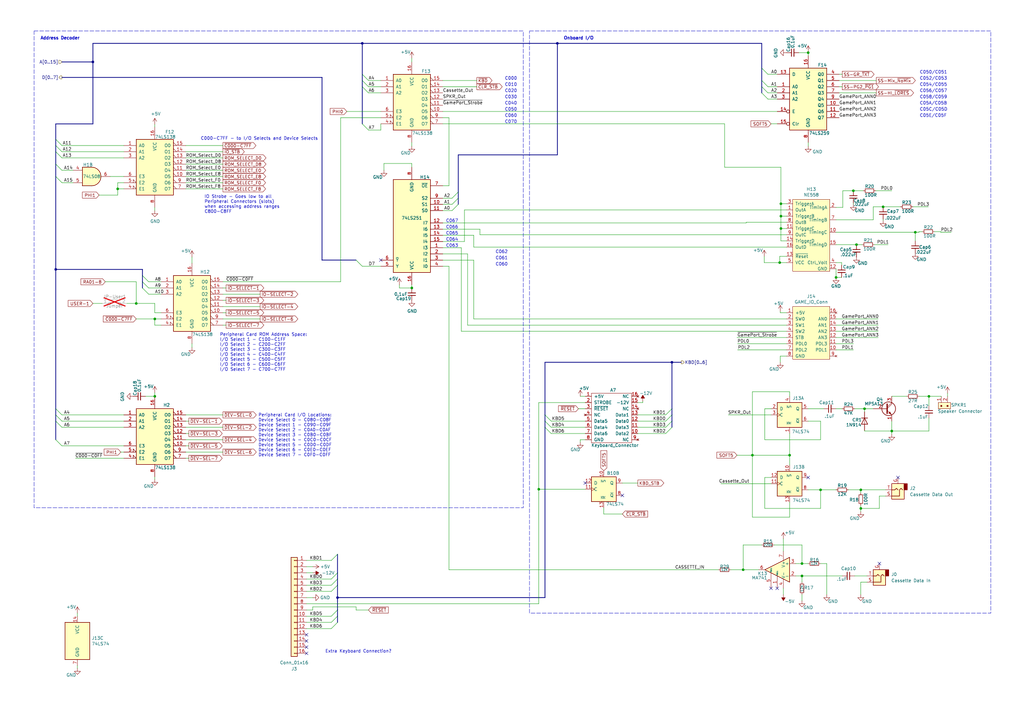
<source format=kicad_sch>
(kicad_sch (version 20231120) (generator "eeschema") (generator_version "8.0")
  (paper "A3")
  (title_block (title "Apple II Schematic") (rev "0") (comment 1 "Captured from the Apple II Reference Manual (1979)"))
  (junction (at 354.584 167.64))
  (junction (at 319.786 107.696))
  (junction (at 320.294 93.726))
  (junction (at 138.43 245.11))
  (junction (at 351.282 100.33))
  (junction (at 48.26 77.47))
  (junction (at 342.9 113.792))
  (junction (at 308.61 186.69))
  (junction (at 320.294 83.566))
  (junction (at 304.8 233.68))
  (junction (at 148.59 17.78))
  (junction (at 336.55 200.914))
  (junction (at 22.86 110.49))
  (junction (at 362.204 84.836))
  (junction (at 275.59 148.59))
  (junction (at 350.012 78.232))
  (junction (at 55.88 124.46))
  (junction (at 353.06 208.534))
  (junction (at 375.412 95.25))
  (junction (at 381 162.56))
  (junction (at 228.6 17.78))
  (junction (at 323.85 186.69))
  (junction (at 365.76 176.784))
  (junction (at 331.47 21.59))
  (junction (at 320.294 88.646))
  (junction (at 63.5 130.81))
  (junction (at 38.1 25.4))
  (junction (at 328.93 236.22))
  (junction (at 328.93 231.14))
  (junction (at 63.5 162.56))
  (junction (at 220.98 200.66))
  (junction (at 353.06 200.914))
  (junction (at 168.91 118.11))
  (no_connect (at 255.27 203.2))
  (no_connect (at 368.3 195.834))
  (no_connect (at 125.73 267.97))
  (no_connect (at 125.73 265.43))
  (no_connect (at 360.68 231.14))
  (no_connect (at 240.03 198.12))
  (no_connect (at 125.73 262.89))
  (no_connect (at 156.21 106.68))
  (no_connect (at 125.73 260.35))
  (no_connect (at 316.23 241.3))
  (no_connect (at 331.47 195.834))
  (no_connect (at 318.77 241.3))
  (bus_entry (at 148.59 30.48) (size 2.54 2.54))
  (bus_entry (at 226.06 177.8) (size -2.54 -2.54))
  (bus_entry (at 22.86 59.69) (size 2.54 2.54))
  (bus_entry (at 135.89 229.87) (size 2.54 -2.54))
  (bus_entry (at 273.05 170.18) (size 2.54 -2.54))
  (bus_entry (at 135.89 240.03) (size 2.54 -2.54))
  (bus_entry (at 135.89 237.49) (size 2.54 -2.54))
  (bus_entry (at 185.42 83.82) (size 2.54 -2.54))
  (bus_entry (at 226.06 172.72) (size -2.54 -2.54))
  (bus_entry (at 312.42 35.56) (size 2.54 2.54))
  (bus_entry (at 22.86 172.72) (size 2.54 2.54))
  (bus_entry (at 22.86 180.34) (size 2.54 2.54))
  (bus_entry (at 22.86 167.64) (size 2.54 2.54))
  (bus_entry (at 22.86 72.39) (size 2.54 2.54))
  (bus_entry (at 135.89 257.81) (size 2.54 -2.54))
  (bus_entry (at 58.42 115.57) (size 2.54 2.54))
  (bus_entry (at 135.89 242.57) (size 2.54 -2.54))
  (bus_entry (at 273.05 177.8) (size 2.54 -2.54))
  (bus_entry (at 22.86 62.23) (size 2.54 2.54))
  (bus_entry (at 312.42 38.1) (size 2.54 2.54))
  (bus_entry (at 148.59 33.02) (size 2.54 2.54))
  (bus_entry (at 58.42 118.11) (size 2.54 2.54))
  (bus_entry (at 58.42 113.03) (size 2.54 2.54))
  (bus_entry (at 135.89 252.73) (size 2.54 -2.54))
  (bus_entry (at 273.05 175.26) (size 2.54 -2.54))
  (bus_entry (at 312.42 33.02) (size 2.54 2.54))
  (bus_entry (at 185.42 86.36) (size 2.54 -2.54))
  (bus_entry (at 273.05 172.72) (size 2.54 -2.54))
  (bus_entry (at 312.42 27.94) (size 2.54 2.54))
  (bus_entry (at 185.42 81.28) (size 2.54 -2.54))
  (bus_entry (at 148.59 35.56) (size 2.54 2.54))
  (bus_entry (at 22.86 57.15) (size 2.54 2.54))
  (bus_entry (at 22.86 170.18) (size 2.54 2.54))
  (bus_entry (at 148.59 50.8) (size 2.54 2.54))
  (bus_entry (at 226.06 175.26) (size -2.54 -2.54))
  (bus_entry (at 146.05 106.68) (size 2.54 2.54))
  (bus_entry (at 135.89 255.27) (size 2.54 -2.54))
  (bus_entry (at 22.86 67.31) (size 2.54 2.54))
  (wire (pts (xy 313.69 167.64) (xy 313.69 180.34)))
  (wire (pts (xy 226.06 172.72) (xy 240.03 172.72)))
  (wire (pts (xy 91.44 125.73) (xy 106.68 125.73)))
  (bus (pts (xy 58.42 113.03) (xy 58.42 115.57)))
  (wire (pts (xy 297.18 50.8) (xy 297.18 68.58)))
  (wire (pts (xy 146.05 248.92) (xy 128.27 248.92)))
  (wire (pts (xy 319.786 107.696) (xy 322.58 107.696)))
  (wire (pts (xy 125.73 229.87) (xy 135.89 229.87)))
  (wire (pts (xy 50.8 172.72) (xy 25.4 172.72)))
  (bus (pts (xy 223.52 175.26) (xy 223.52 245.11)))
  (wire (pts (xy 125.73 255.27) (xy 135.89 255.27)))
  (wire (pts (xy 365.76 162.56) (xy 371.856 162.56)))
  (wire (pts (xy 342.9 135.89) (xy 360.172 135.89)))
  (bus (pts (xy 138.43 234.95) (xy 138.43 237.49)))
  (bus (pts (xy 22.86 170.18) (xy 22.86 172.72)))
  (wire (pts (xy 321.31 241.3) (xy 321.31 243.84)))
  (wire (pts (xy 331.47 231.14) (xy 328.93 231.14)))
  (wire (pts (xy 168.91 59.944) (xy 168.91 58.42)))
  (wire (pts (xy 350.012 78.232) (xy 354.076 78.232)))
  (wire (pts (xy 194.31 106.68) (xy 194.31 130.81)))
  (wire (pts (xy 151.13 53.34) (xy 156.21 53.34)))
  (bus (pts (xy 275.59 167.64) (xy 275.59 148.59)))
  (wire (pts (xy 328.93 236.22) (xy 328.93 238.76)))
  (wire (pts (xy 323.85 186.69) (xy 323.85 190.754)))
  (wire (pts (xy 304.8 223.52) (xy 304.8 233.68)))
  (wire (pts (xy 320.294 88.646) (xy 320.294 93.726)))
  (bus (pts (xy 22.86 172.72) (xy 22.86 180.34)))
  (wire (pts (xy 385.826 94.996) (xy 385.826 95.25)))
  (wire (pts (xy 336.55 200.914) (xy 342.9 200.914)))
  (bus (pts (xy 22.86 50.8) (xy 22.86 57.15)))
  (wire (pts (xy 342.9 95.25) (xy 375.412 95.25)))
  (wire (pts (xy 50.8 175.26) (xy 25.4 175.26)))
  (wire (pts (xy 139.7 48.26) (xy 156.21 48.26)))
  (wire (pts (xy 302.514 143.51) (xy 322.58 143.51)))
  (wire (pts (xy 78.74 140.97) (xy 78.74 142.494)))
  (wire (pts (xy 358.14 90.17) (xy 358.14 84.836)))
  (bus (pts (xy 228.6 17.78) (xy 312.42 17.78)))
  (bus (pts (xy 22.86 57.15) (xy 22.86 59.69)))
  (bus (pts (xy 22.86 72.39) (xy 22.86 110.49)))
  (wire (pts (xy 49.53 185.42) (xy 50.8 185.42)))
  (wire (pts (xy 339.09 231.14) (xy 339.09 243.84)))
  (wire (pts (xy 25.4 62.23) (xy 50.8 62.23)))
  (wire (pts (xy 306.07 91.186) (xy 322.58 91.186)))
  (wire (pts (xy 184.15 76.2) (xy 181.61 76.2)))
  (wire (pts (xy 151.13 33.02) (xy 156.21 33.02)))
  (wire (pts (xy 31.75 273.05) (xy 31.75 274.066)))
  (wire (pts (xy 76.2 172.72) (xy 77.47 172.72)))
  (wire (pts (xy 157.48 67.056) (xy 168.91 67.056)))
  (wire (pts (xy 322.58 93.726) (xy 320.294 93.726)))
  (bus (pts (xy 132.08 31.75) (xy 132.08 106.68)))
  (bus (pts (xy 38.1 17.78) (xy 148.59 17.78)))
  (wire (pts (xy 91.44 133.35) (xy 92.71 133.35)))
  (wire (pts (xy 184.15 48.26) (xy 184.15 76.2)))
  (wire (pts (xy 342.9 85.09) (xy 345.694 85.09)))
  (wire (pts (xy 76.2 69.85) (xy 91.44 69.85)))
  (bus (pts (xy 58.42 115.57) (xy 58.42 118.11)))
  (wire (pts (xy 125.73 242.57) (xy 135.89 242.57)))
  (bus (pts (xy 138.43 245.11) (xy 138.43 250.19)))
  (wire (pts (xy 336.55 180.34) (xy 336.55 172.72)))
  (wire (pts (xy 181.61 45.72) (xy 318.77 45.72)))
  (wire (pts (xy 66.04 133.35) (xy 63.5 133.35)))
  (wire (pts (xy 25.4 59.69) (xy 50.8 59.69)))
  (wire (pts (xy 342.9 107.696) (xy 345.186 107.696)))
  (wire (pts (xy 181.61 50.8) (xy 297.18 50.8)))
  (wire (pts (xy 354.584 176.784) (xy 354.584 176.53)))
  (bus (pts (xy 138.43 240.03) (xy 138.43 245.11)))
  (wire (pts (xy 354.584 167.64) (xy 354.584 168.91)))
  (wire (pts (xy 226.06 175.26) (xy 240.03 175.26)))
  (wire (pts (xy 125.73 247.65) (xy 220.98 247.65)))
  (wire (pts (xy 163.83 118.11) (xy 168.91 118.11)))
  (wire (pts (xy 194.31 101.346) (xy 194.31 96.52)))
  (wire (pts (xy 342.9 138.43) (xy 360.172 138.43)))
  (bus (pts (xy 223.52 148.59) (xy 223.52 170.18)))
  (wire (pts (xy 342.9 140.97) (xy 350.012 140.97)))
  (wire (pts (xy 43.18 115.57) (xy 55.88 115.57)))
  (wire (pts (xy 189.23 135.89) (xy 322.58 135.89)))
  (wire (pts (xy 55.88 124.46) (xy 63.5 124.46)))
  (wire (pts (xy 76.2 185.42) (xy 91.44 185.42)))
  (wire (pts (xy 345.44 30.48) (xy 344.17 30.48)))
  (wire (pts (xy 273.05 175.26) (xy 261.62 175.26)))
  (wire (pts (xy 50.8 170.18) (xy 25.4 170.18)))
  (wire (pts (xy 128.27 234.95) (xy 125.73 234.95)))
  (wire (pts (xy 185.42 81.28) (xy 181.61 81.28)))
  (wire (pts (xy 358.648 100.33) (xy 364.236 100.33)))
  (wire (pts (xy 322.58 101.346) (xy 194.31 101.346)))
  (wire (pts (xy 302.514 140.97) (xy 322.58 140.97)))
  (wire (pts (xy 328.93 243.84) (xy 328.93 246.38)))
  (bus (pts (xy 38.1 50.8) (xy 22.86 50.8)))
  (wire (pts (xy 50.8 74.93) (xy 48.26 74.93)))
  (wire (pts (xy 359.41 38.1) (xy 344.17 38.1)))
  (wire (pts (xy 320.04 146.05) (xy 322.58 146.05)))
  (bus (pts (xy 148.59 30.48) (xy 148.59 33.02)))
  (wire (pts (xy 360.68 208.534) (xy 360.68 203.454)))
  (bus (pts (xy 22.86 59.69) (xy 22.86 62.23)))
  (wire (pts (xy 355.6 236.22) (xy 350.52 236.22)))
  (wire (pts (xy 320.294 68.58) (xy 320.294 83.566)))
  (wire (pts (xy 295.656 198.374) (xy 316.23 198.374)))
  (wire (pts (xy 76.2 72.39) (xy 91.44 72.39)))
  (wire (pts (xy 311.15 233.68) (xy 304.8 233.68)))
  (wire (pts (xy 185.42 86.36) (xy 181.61 86.36)))
  (wire (pts (xy 353.06 238.76) (xy 353.06 243.84)))
  (wire (pts (xy 76.2 177.8) (xy 77.47 177.8)))
  (wire (pts (xy 63.5 161.036) (xy 63.5 162.56)))
  (wire (pts (xy 318.77 38.1) (xy 314.96 38.1)))
  (wire (pts (xy 63.5 133.35) (xy 63.5 130.81)))
  (wire (pts (xy 63.5 85.09) (xy 63.5 86.36)))
  (wire (pts (xy 76.2 182.88) (xy 77.47 182.88)))
  (wire (pts (xy 63.5 130.81) (xy 66.04 130.81)))
  (bus (pts (xy 22.86 110.49) (xy 22.86 167.64)))
  (wire (pts (xy 59.69 162.56) (xy 63.5 162.56)))
  (wire (pts (xy 328.93 223.52) (xy 328.93 231.14)))
  (wire (pts (xy 273.05 170.18) (xy 261.62 170.18)))
  (bus (pts (xy 312.42 33.02) (xy 312.42 35.56)))
  (wire (pts (xy 322.58 86.106) (xy 190.5 86.106)))
  (wire (pts (xy 345.44 236.22) (xy 328.93 236.22)))
  (wire (pts (xy 240.03 162.56) (xy 237.998 162.56)))
  (wire (pts (xy 312.42 223.52) (xy 304.8 223.52)))
  (wire (pts (xy 184.15 233.68) (xy 294.64 233.68)))
  (wire (pts (xy 76.2 67.31) (xy 91.44 67.31)))
  (wire (pts (xy 323.85 177.8) (xy 323.85 186.69)))
  (wire (pts (xy 353.06 202.184) (xy 353.06 200.914)))
  (wire (pts (xy 189.23 101.6) (xy 181.61 101.6)))
  (wire (pts (xy 381 166.37) (xy 381 162.56)))
  (bus (pts (xy 38.1 25.4) (xy 38.1 50.8)))
  (wire (pts (xy 237.998 181.356) (xy 237.998 180.34)))
  (wire (pts (xy 91.44 115.57) (xy 139.7 115.57)))
  (wire (pts (xy 378.206 94.996) (xy 376.936 94.996)))
  (wire (pts (xy 345.186 107.696) (xy 345.186 108.712)))
  (wire (pts (xy 328.93 231.14) (xy 326.39 231.14)))
  (wire (pts (xy 365.76 176.784) (xy 354.584 176.784)))
  (wire (pts (xy 237.998 180.34) (xy 240.03 180.34)))
  (wire (pts (xy 55.88 115.57) (xy 55.88 124.46)))
  (wire (pts (xy 189.23 101.6) (xy 189.23 135.89)))
  (wire (pts (xy 353.06 200.914) (xy 363.22 200.914)))
  (bus (pts (xy 138.43 245.11) (xy 223.52 245.11)))
  (wire (pts (xy 322.58 83.566) (xy 320.294 83.566)))
  (wire (pts (xy 38.1 124.46) (xy 41.91 124.46)))
  (wire (pts (xy 31.75 251.46) (xy 31.75 252.73)))
  (bus (pts (xy 148.59 33.02) (xy 148.59 35.56)))
  (wire (pts (xy 63.5 51.054) (xy 63.5 52.07)))
  (wire (pts (xy 91.44 130.81) (xy 106.68 130.81)))
  (bus (pts (xy 275.59 170.18) (xy 275.59 167.64)))
  (wire (pts (xy 181.61 33.02) (xy 195.58 33.02)))
  (wire (pts (xy 376.936 95.25) (xy 375.412 95.25)))
  (wire (pts (xy 48.26 77.47) (xy 50.8 77.47)))
  (wire (pts (xy 196.85 96.266) (xy 196.85 93.98)))
  (wire (pts (xy 385.826 95.25) (xy 390.144 95.25)))
  (wire (pts (xy 342.9 143.51) (xy 350.012 143.51)))
  (wire (pts (xy 247.65 210.82) (xy 255.27 210.82)))
  (wire (pts (xy 342.9 133.35) (xy 360.172 133.35)))
  (wire (pts (xy 320.294 93.726) (xy 320.294 98.806)))
  (wire (pts (xy 342.9 130.81) (xy 360.172 130.81)))
  (wire (pts (xy 336.55 231.14) (xy 339.09 231.14)))
  (wire (pts (xy 344.17 35.56) (xy 345.44 35.56)))
  (wire (pts (xy 313.69 180.34) (xy 336.55 180.34)))
  (wire (pts (xy 30.988 187.96) (xy 50.8 187.96)))
  (wire (pts (xy 342.9 110.236) (xy 342.9 113.792)))
  (bus (pts (xy 146.05 106.68) (xy 132.08 106.68)))
  (wire (pts (xy 181.61 48.26) (xy 184.15 48.26)))
  (wire (pts (xy 25.4 74.93) (xy 29.972 74.93)))
  (wire (pts (xy 190.5 86.106) (xy 190.5 99.06)))
  (wire (pts (xy 76.2 77.47) (xy 91.44 77.47)))
  (wire (pts (xy 383.286 94.996) (xy 385.826 94.996)))
  (wire (pts (xy 52.07 124.46) (xy 55.88 124.46)))
  (wire (pts (xy 128.27 245.11) (xy 125.73 245.11)))
  (wire (pts (xy 185.42 83.82) (xy 181.61 83.82)))
  (wire (pts (xy 139.7 115.57) (xy 139.7 48.26)))
  (wire (pts (xy 298.704 170.18) (xy 316.23 170.18)))
  (wire (pts (xy 191.77 104.14) (xy 191.77 133.35)))
  (bus (pts (xy 187.96 81.28) (xy 187.96 83.82)))
  (wire (pts (xy 365.76 172.72) (xy 365.76 176.784)))
  (wire (pts (xy 318.77 30.48) (xy 314.96 30.48)))
  (wire (pts (xy 308.61 186.69) (xy 323.85 186.69)))
  (wire (pts (xy 128.27 248.92) (xy 128.27 250.19)))
  (wire (pts (xy 327.66 21.59) (xy 331.47 21.59)))
  (wire (pts (xy 302.26 186.69) (xy 308.61 186.69)))
  (wire (pts (xy 381 176.784) (xy 365.76 176.784)))
  (bus (pts (xy 275.59 175.26) (xy 275.59 172.72)))
  (bus (pts (xy 25.4 25.4) (xy 38.1 25.4)))
  (wire (pts (xy 375.412 98.806) (xy 375.412 95.25)))
  (wire (pts (xy 40.64 80.01) (xy 48.26 80.01)))
  (bus (pts (xy 138.43 227.33) (xy 138.43 234.95)))
  (wire (pts (xy 369.316 84.836) (xy 362.204 84.836)))
  (wire (pts (xy 297.18 68.58) (xy 320.294 68.58)))
  (wire (pts (xy 125.73 237.49) (xy 135.89 237.49)))
  (wire (pts (xy 362.204 90.424) (xy 362.204 89.916)))
  (wire (pts (xy 76.2 187.96) (xy 77.47 187.96)))
  (wire (pts (xy 318.77 35.56) (xy 314.96 35.56)))
  (wire (pts (xy 331.47 59.944) (xy 331.47 58.42)))
  (wire (pts (xy 323.85 162.56) (xy 323.85 160.655)))
  (wire (pts (xy 328.93 236.22) (xy 326.39 236.22)))
  (wire (pts (xy 350.012 83.312) (xy 350.012 83.82)))
  (wire (pts (xy 76.2 64.77) (xy 91.44 64.77)))
  (wire (pts (xy 151.13 250.19) (xy 146.05 250.19)))
  (wire (pts (xy 313.436 107.696) (xy 319.786 107.696)))
  (wire (pts (xy 66.04 118.11) (xy 60.96 118.11)))
  (bus (pts (xy 148.59 35.56) (xy 148.59 50.8)))
  (bus (pts (xy 187.96 78.74) (xy 187.96 81.28)))
  (bus (pts (xy 187.96 63.5) (xy 187.96 78.74)))
  (wire (pts (xy 376.936 94.996) (xy 376.936 95.25)))
  (wire (pts (xy 354.584 167.64) (xy 358.14 167.64)))
  (wire (pts (xy 374.396 84.836) (xy 380.746 84.836)))
  (bus (pts (xy 275.59 172.72) (xy 275.59 170.18)))
  (bus (pts (xy 148.59 17.78) (xy 228.6 17.78)))
  (wire (pts (xy 76.2 170.18) (xy 91.44 170.18)))
  (wire (pts (xy 168.91 118.11) (xy 168.91 116.84)))
  (wire (pts (xy 220.98 200.66) (xy 240.03 200.66)))
  (wire (pts (xy 313.436 105.156) (xy 313.436 107.696)))
  (wire (pts (xy 336.55 200.914) (xy 331.47 200.914)))
  (wire (pts (xy 63.5 195.58) (xy 63.5 196.596)))
  (wire (pts (xy 240.03 165.1) (xy 220.98 165.1)))
  (bus (pts (xy 22.86 67.31) (xy 22.86 72.39)))
  (bus (pts (xy 138.43 250.19) (xy 138.43 252.73)))
  (wire (pts (xy 320.294 98.806) (xy 322.58 98.806)))
  (wire (pts (xy 345.694 78.232) (xy 350.012 78.232)))
  (wire (pts (xy 181.61 35.56) (xy 195.58 35.56)))
  (wire (pts (xy 318.77 40.64) (xy 314.96 40.64)))
  (wire (pts (xy 247.65 208.28) (xy 247.65 210.82)))
  (wire (pts (xy 319.786 105.156) (xy 322.58 105.156)))
  (wire (pts (xy 128.27 250.19) (xy 125.73 250.19)))
  (wire (pts (xy 322.58 88.646) (xy 320.294 88.646)))
  (wire (pts (xy 157.48 69.85) (xy 157.48 67.056)))
  (wire (pts (xy 194.31 96.52) (xy 181.61 96.52)))
  (wire (pts (xy 91.44 120.65) (xy 106.68 120.65)))
  (wire (pts (xy 308.61 186.69) (xy 308.61 212.09)))
  (wire (pts (xy 63.5 128.27) (xy 66.04 128.27)))
  (wire (pts (xy 151.13 38.1) (xy 156.21 38.1)))
  (bus (pts (xy 22.86 110.49) (xy 58.42 110.49)))
  (wire (pts (xy 353.06 207.264) (xy 353.06 208.534)))
  (wire (pts (xy 331.47 21.336) (xy 331.47 21.59)))
  (bus (pts (xy 228.6 63.5) (xy 228.6 17.78)))
  (wire (pts (xy 76.2 74.93) (xy 91.44 74.93)))
  (wire (pts (xy 25.4 69.85) (xy 29.972 69.85)))
  (wire (pts (xy 358.14 84.836) (xy 362.204 84.836)))
  (wire (pts (xy 342.9 90.17) (xy 358.14 90.17)))
  (wire (pts (xy 261.62 165.1) (xy 263.652 165.1)))
  (wire (pts (xy 66.04 115.57) (xy 60.96 115.57)))
  (wire (pts (xy 196.85 93.98) (xy 181.61 93.98)))
  (wire (pts (xy 91.44 118.11) (xy 92.71 118.11)))
  (wire (pts (xy 381 162.56) (xy 386.08 162.56)))
  (wire (pts (xy 194.31 130.81) (xy 322.58 130.81)))
  (wire (pts (xy 313.69 208.534) (xy 336.55 208.534)))
  (wire (pts (xy 76.2 175.26) (xy 91.44 175.26)))
  (wire (pts (xy 125.73 252.73) (xy 135.89 252.73)))
  (wire (pts (xy 125.73 257.81) (xy 135.89 257.81)))
  (wire (pts (xy 263.652 165.1) (xy 263.652 164.592)))
  (wire (pts (xy 273.05 177.8) (xy 261.62 177.8)))
  (bus (pts (xy 138.43 252.73) (xy 138.43 255.27)))
  (wire (pts (xy 359.156 78.232) (xy 365.76 78.232)))
  (bus (pts (xy 312.42 35.56) (xy 312.42 38.1)))
  (bus (pts (xy 22.86 62.23) (xy 22.86 67.31)))
  (wire (pts (xy 359.41 33.02) (xy 344.17 33.02)))
  (wire (pts (xy 304.8 233.68) (xy 299.72 233.68)))
  (wire (pts (xy 320.04 128.27) (xy 322.58 128.27)))
  (bus (pts (xy 223.52 172.72) (xy 223.52 175.26)))
  (wire (pts (xy 50.8 182.88) (xy 25.4 182.88)))
  (bus (pts (xy 22.86 167.64) (xy 22.86 170.18)))
  (wire (pts (xy 350.52 167.64) (xy 354.584 167.64)))
  (wire (pts (xy 302.26 138.43) (xy 322.58 138.43)))
  (wire (pts (xy 320.04 128.27) (xy 320.04 127.762)))
  (wire (pts (xy 376.936 162.56) (xy 381 162.56)))
  (wire (pts (xy 148.59 109.22) (xy 156.21 109.22)))
  (wire (pts (xy 316.23 167.64) (xy 313.69 167.64)))
  (wire (pts (xy 323.85 160.655) (xy 308.61 160.655)))
  (wire (pts (xy 316.23 50.8) (xy 318.77 50.8)))
  (wire (pts (xy 353.06 208.534) (xy 360.68 208.534)))
  (wire (pts (xy 316.23 195.834) (xy 313.69 195.834)))
  (wire (pts (xy 76.2 180.34) (xy 91.44 180.34)))
  (wire (pts (xy 78.74 105.41) (xy 78.74 107.95)))
  (wire (pts (xy 168.91 67.056) (xy 168.91 68.58)))
  (wire (pts (xy 320.294 83.566) (xy 320.294 88.646)))
  (wire (pts (xy 91.44 59.69) (xy 76.2 59.69)))
  (wire (pts (xy 237.236 167.64) (xy 240.03 167.64)))
  (wire (pts (xy 319.786 105.156) (xy 319.786 107.696)))
  (wire (pts (xy 163.83 116.84) (xy 163.83 118.11)))
  (wire (pts (xy 168.91 23.876) (xy 168.91 25.4)))
  (wire (pts (xy 328.93 223.52) (xy 317.5 223.52)))
  (bus (pts (xy 223.52 148.59) (xy 275.59 148.59)))
  (wire (pts (xy 181.61 106.68) (xy 194.31 106.68)))
  (wire (pts (xy 146.05 248.92) (xy 146.05 250.19)))
  (wire (pts (xy 321.31 220.98) (xy 321.31 226.06)))
  (wire (pts (xy 45.212 72.39) (xy 50.8 72.39)))
  (wire (pts (xy 76.2 62.23) (xy 91.44 62.23)))
  (wire (pts (xy 347.98 200.914) (xy 353.06 200.914)))
  (wire (pts (xy 322.58 96.266) (xy 196.85 96.266)))
  (wire (pts (xy 306.07 91.186) (xy 306.07 91.44)))
  (wire (pts (xy 25.4 64.77) (xy 50.8 64.77)))
  (wire (pts (xy 331.47 21.59) (xy 331.47 22.86)))
  (wire (pts (xy 336.55 172.72) (xy 331.47 172.72)))
  (wire (pts (xy 273.05 172.72) (xy 261.62 172.72)))
  (wire (pts (xy 91.44 128.27) (xy 92.71 128.27)))
  (wire (pts (xy 91.44 123.19) (xy 92.71 123.19)))
  (bus (pts (xy 223.52 170.18) (xy 223.52 172.72)))
  (bus (pts (xy 312.42 27.94) (xy 312.42 33.02)))
  (wire (pts (xy 342.9 167.64) (xy 345.44 167.64)))
  (wire (pts (xy 184.15 109.22) (xy 184.15 233.68)))
  (bus (pts (xy 138.43 237.49) (xy 138.43 240.03)))
  (bus (pts (xy 312.42 17.78) (xy 312.42 27.94)))
  (bus (pts (xy 275.59 148.59) (xy 279.4 148.59)))
  (wire (pts (xy 381 171.45) (xy 381 176.784)))
  (wire (pts (xy 181.61 109.22) (xy 184.15 109.22)))
  (wire (pts (xy 142.24 45.72) (xy 156.21 45.72)))
  (wire (pts (xy 306.07 91.44) (xy 181.61 91.44)))
  (bus (pts (xy 148.59 17.78) (xy 148.59 30.48)))
  (wire (pts (xy 345.186 113.792) (xy 342.9 113.792)))
  (wire (pts (xy 48.26 77.47) (xy 48.26 80.01)))
  (wire (pts (xy 308.61 212.09) (xy 323.85 212.09)))
  (wire (pts (xy 388.62 161.29) (xy 388.62 162.56)))
  (wire (pts (xy 63.5 124.46) (xy 63.5 128.27)))
  (wire (pts (xy 156.21 50.8) (xy 156.21 53.34)))
  (wire (pts (xy 320.04 148.59) (xy 320.04 146.05)))
  (wire (pts (xy 48.26 74.93) (xy 48.26 77.47)))
  (wire (pts (xy 190.5 99.06) (xy 181.61 99.06)))
  (wire (pts (xy 308.61 160.655) (xy 308.61 186.69)))
  (wire (pts (xy 355.6 238.76) (xy 353.06 238.76)))
  (wire (pts (xy 226.06 177.8) (xy 240.03 177.8)))
  (wire (pts (xy 181.61 104.14) (xy 191.77 104.14)))
  (wire (pts (xy 220.98 247.65) (xy 220.98 200.66)))
  (bus (pts (xy 58.42 110.49) (xy 58.42 113.03)))
  (wire (pts (xy 66.04 120.65) (xy 60.96 120.65)))
  (wire (pts (xy 336.55 200.914) (xy 336.55 208.534)))
  (wire (pts (xy 365.76 176.784) (xy 365.76 178.054)))
  (wire (pts (xy 255.27 198.12) (xy 261.62 198.12)))
  (wire (pts (xy 128.27 232.41) (xy 125.73 232.41)))
  (wire (pts (xy 331.47 167.64) (xy 337.82 167.64)))
  (bus (pts (xy 25.4 31.75) (xy 132.08 31.75)))
  (bus (pts (xy 187.96 63.5) (xy 228.6 63.5)))
  (wire (pts (xy 125.73 240.03) (xy 135.89 240.03)))
  (wire (pts (xy 351.282 100.33) (xy 353.568 100.33)))
  (wire (pts (xy 345.694 85.09) (xy 345.694 78.232)))
  (wire (pts (xy 151.13 35.56) (xy 156.21 35.56)))
  (wire (pts (xy 55.88 130.81) (xy 63.5 130.81)))
  (wire (pts (xy 220.98 165.1) (xy 220.98 200.66)))
  (wire (pts (xy 191.77 133.35) (xy 322.58 133.35)))
  (wire (pts (xy 353.06 208.534) (xy 353.06 209.804)))
  (wire (pts (xy 342.9 100.33) (xy 351.282 100.33)))
  (wire (pts (xy 360.68 203.454) (xy 363.22 203.454)))
  (wire (pts (xy 313.69 195.834) (xy 313.69 208.534)))
  (wire (pts (xy 323.85 212.09) (xy 323.85 205.994)))
  (bus (pts (xy 38.1 17.78) (xy 38.1 25.4)))
  (rectangle (start 217.17 12.7) (end 406.4 251.46) (stroke (width 0) (type dash)))
  (rectangle (start 13.97 12.7) (end 214.63 208.28) (stroke (width 0) (type dash)))
  (text "C050/C051" (at 377.19 30.48 0) (effects (font (size 1.27 1.27)) (justify left bottom)))
  (text "C060" (at 207.01 48.26 0) (effects (font (size 1.27 1.27)) (justify left bottom)))
  (text "C05E/C05F" (at 377.19 48.26 0) (effects (font (size 1.27 1.27)) (justify left bottom)))
  (text "C063" (at 182.88 101.6 0) (effects (font (size 1.27 1.27)) (justify left bottom)))
  (text "C054/C055" (at 377.19 35.56 0) (effects (font (size 1.27 1.27)) (justify left bottom)))
  (text "C050" (at 207.01 45.72 0) (effects (font (size 1.27 1.27)) (justify left bottom)))
  (text "C070" (at 207.01 50.8 0) (effects (font (size 1.27 1.27)) (justify left bottom)))
  (text "C052/C053" (at 377.19 33.02 0) (effects (font (size 1.27 1.27)) (justify left bottom)))
  (text "IO Strobe - Goes low to all \nPeripheral Connectors (slots)\nwhen accessing address ranges\nC800-C8FF" (at 83.82 87.63 0) (effects (font (size 1.27 1.27)) (justify left bottom)))
  (text "C066" (at 182.88 93.98 0) (effects (font (size 1.27 1.27)) (justify left bottom)))
  (text "C010" (at 207.01 35.56 0) (effects (font (size 1.27 1.27)) (justify left bottom)))
  (text "C000" (at 207.01 33.02 0) (effects (font (size 1.27 1.27)) (justify left bottom)))
  (text "Onboard I/O" (at 231.14 16.51 0) (effects (font (size 1.27 1.27) (thickness 0.254) (bold yes)) (justify left bottom)))
  (text "C061" (at 203.2 106.68 0) (effects (font (size 1.27 1.27)) (justify left bottom)))
  (text "C05A/C05B" (at 377.19 43.18 0) (effects (font (size 1.27 1.27)) (justify left bottom)))
  (text "Address Decoder" (at 16.51 16.51 0) (effects (font (size 1.27 1.27) (thickness 0.254) (bold yes)) (justify left bottom)))
  (text "C062" (at 203.2 104.14 0) (effects (font (size 1.27 1.27)) (justify left bottom)))
  (text "C05C/C05D" (at 377.19 45.72 0) (effects (font (size 1.27 1.27)) (justify left bottom)))
  (text "C040" (at 207.01 43.18 0) (effects (font (size 1.27 1.27)) (justify left bottom)))
  (text "C060" (at 203.2 109.22 0) (effects (font (size 1.27 1.27)) (justify left bottom)))
  (text "Peripheral Card I/O Locations:\nDevice Select 0 - C080-C08F\nDevice Select 1 - C090-C09F\nDevice Select 2 - C0A0-C0AF\nDevice Select 3 - C0B0-C0BF\nDevice Select 4 - C0C0-C0CF\nDevice Select 5 - C0D0-C0DF\nDevice Select 6 - C0E0-C0EF\nDevice Select 7 - C0F0-C0FF" (at 105.918 187.452 0) (effects (font (size 1.27 1.27)) (justify left bottom)))
  (text "C064" (at 182.88 99.06 0) (effects (font (size 1.27 1.27)) (justify left bottom)))
  (text "C030" (at 207.01 40.64 0) (effects (font (size 1.27 1.27)) (justify left bottom)))
  (text "Extra Keyboard Connection?" (at 133.35 267.97 0) (effects (font (size 1.27 1.27)) (justify left bottom)))
  (text "C056/C057" (at 377.19 38.1 0) (effects (font (size 1.27 1.27)) (justify left bottom)))
  (text "C065" (at 182.88 96.52 0) (effects (font (size 1.27 1.27)) (justify left bottom)))
  (text "C058/C059" (at 377.19 40.64 0) (effects (font (size 1.27 1.27)) (justify left bottom)))
  (text "C000-C7FF - to I/O Selects and Device Selects" (at 82.296 57.658 0) (effects (font (size 1.27 1.27)) (justify left bottom)))
  (text "C067" (at 182.88 91.44 0) (effects (font (size 1.27 1.27)) (justify left bottom)))
  (text "C020" (at 207.01 38.1 0) (effects (font (size 1.27 1.27)) (justify left bottom)))
  (text "Peripheral Card ROM Address Space:\nI/O Select 1 - C100-C1FF\nI/O Select 2 - C200-C2FF\nI/O Select 3 - C300-C3FF\nI/O Select 4 - C400-C4FF\nI/O Select 5 - C500-C5FF\nI/O Select 6 - C600-C6FF\nI/O Select 7 - C700-C7FF" (at 90.17 152.4 0) (effects (font (size 1.27 1.27)) (justify left bottom)))
  (label "~{C000-C0FF}" (at 92.71 115.57 0))
  (label "A2" (at 316.23 38.1 0))
  (label "KBD6" (at 127 257.81 0))
  (label "A1" (at 316.23 35.56 0))
  (label "ROM_Select_E0" (at 76.2 69.85 0))
  (label "GamePort_ANN2" (at 345.186 135.89 0))
  (label "PDL1" (at 359.664 100.33 0))
  (label "KBD1" (at 273.05 170.18 180))
  (label "A15" (at 26.162 74.93 0))
  (label "KBD0" (at 127 237.49 0))
  (label "PDL1" (at 345.186 143.51 0))
  (label "A6" (at 151.13 38.1 0))
  (label "A5" (at 151.13 35.56 0))
  (label "A4" (at 26.162 170.18 0))
  (label "A14" (at 26.162 69.85 0))
  (label "KBD6" (at 226.314 177.8 0))
  (label "KBD2" (at 127 242.57 0))
  (label "ROM_Select_E8" (at 76.2 72.39 0))
  (label "A7" (at 26.162 182.88 0))
  (label "ROM_Select_D8" (at 76.2 67.31 0))
  (label "A10" (at 63.5 120.65 0))
  (label "A0" (at 182.118 86.36 0))
  (label "GamePort_ANN3" (at 344.17 48.26 0))
  (label "A9" (at 63.5 118.11 0))
  (label "A11" (at 25.654 59.69 0))
  (label "Cassette_Out" (at 181.61 38.1 0))
  (label "KBD4" (at 127 255.27 0))
  (label "A7" (at 151.13 53.34 0))
  (label "GamePort_ANN1" (at 344.17 43.18 0))
  (label "A12" (at 25.654 62.23 0))
  (label "GamePort_ANN0" (at 344.17 40.64 0))
  (label "~{GamePort_Strobe}" (at 318.77 138.43 180))
  (label "ROM_Select_F8" (at 76.2 77.47 0))
  (label "KBD5" (at 127 252.73 0))
  (label "GamePort_ANN0" (at 345.186 130.81 0))
  (label "Cassette_Out" (at 307.34 198.374 180))
  (label "PDL3" (at 376.174 84.836 0))
  (label "A4" (at 151.13 33.02 0))
  (label "A1" (at 182.118 83.82 0))
  (label "KBD3" (at 273.05 175.26 180))
  (label "KBD1" (at 127 229.87 0))
  (label "KBD3" (at 127 240.03 0))
  (label "KBD5" (at 226.314 172.72 0))
  (label "SPKR_Out" (at 307.975 170.18 180))
  (label "CASSETTE_IN" (at 276.86 233.68 0))
  (label "A6" (at 26.162 175.26 0))
  (label "~{GamePort_Strobe}" (at 181.61 43.18 0))
  (label "D7" (at 151.13 109.22 0))
  (label "A0" (at 316.23 30.48 0))
  (label "PDL0" (at 307.34 140.97 180))
  (label "ROM_Select_D0" (at 76.2 64.77 0))
  (label "A13" (at 25.654 64.77 0))
  (label "KBD2" (at 273.05 177.8 180))
  (label "~{C000-C0FF}" (at 42.164 187.96 180))
  (label "A5" (at 26.162 172.72 0))
  (label "A8" (at 63.5 115.57 0))
  (label "PDL0" (at 361.188 78.232 0))
  (label "SPKR_Out" (at 181.61 40.64 0))
  (label "PDL2" (at 307.594 143.51 180))
  (label "GamePort_ANN1" (at 345.186 133.35 0))
  (label "PDL3" (at 345.186 140.97 0))
  (label "KBD0" (at 273.05 172.72 180))
  (label "A2" (at 182.118 81.28 0))
  (label "GamePort_ANN2" (at 344.17 45.72 0))
  (label "GamePort_ANN3" (at 345.186 138.43 0))
  (label "ROM_Select_F0" (at 76.2 74.93 0))
  (label "A3" (at 316.23 40.64 0))
  (label "KBD4" (at 226.314 175.26 0))
  (label "PDL2" (at 385.826 95.25 0))
  (global_label "SS-Mix_~{NoMix}" (shape output) (at 359.41 33.02 0) (property "Intersheetrefs" "${INTERSHEET_REFS}" (effects (hide yes))))
  (global_label "~{C000-C7FF}" (shape input) (at 55.88 130.81 180) (property "Intersheetrefs" "${INTERSHEET_REFS}" (effects (hide yes))))
  (global_label "~{IO-SELECT-4}" (shape output) (at 106.68 125.73 0) (property "Intersheetrefs" "${INTERSHEET_REFS}" (effects (hide yes))))
  (global_label "~{RESET}" (shape input) (at 151.13 250.19 0) (property "Intersheetrefs" "${INTERSHEET_REFS}" (effects (hide yes))))
  (global_label "~{IO-SELECT-6}" (shape output) (at 106.68 130.81 0) (property "Intersheetrefs" "${INTERSHEET_REFS}" (effects (hide yes))))
  (global_label "~{DEV-SEL-2}" (shape output) (at 91.44 175.26 0) (property "Intersheetrefs" "${INTERSHEET_REFS}" (effects (hide yes))))
  (global_label "~{DEV-SEL-7}" (shape output) (at 77.47 187.96 0) (property "Intersheetrefs" "${INTERSHEET_REFS}" (effects (hide yes))))
  (global_label "~{DEV-SEL-6}" (shape output) (at 91.44 185.42 0) (property "Intersheetrefs" "${INTERSHEET_REFS}" (effects (hide yes))))
  (global_label "~{RESET}" (shape input) (at 237.236 167.64 180) (property "Intersheetrefs" "${INTERSHEET_REFS}" (effects (hide yes))))
  (global_label "SS-PG2_~{PG1}" (shape output) (at 345.44 35.56 0) (property "Intersheetrefs" "${INTERSHEET_REFS}" (effects (hide yes))))
  (global_label "~{DEV-SEL-3}" (shape output) (at 77.47 177.8 0) (property "Intersheetrefs" "${INTERSHEET_REFS}" (effects (hide yes))))
  (global_label "~{IO-SELECT-5}" (shape output) (at 92.71 128.27 0) (property "Intersheetrefs" "${INTERSHEET_REFS}" (effects (hide yes))))
  (global_label "~{DEV-SEL-1}" (shape output) (at 77.47 172.72 0) (property "Intersheetrefs" "${INTERSHEET_REFS}" (effects (hide yes))))
  (global_label "SOFT5" (shape input) (at 302.26 186.69 180) (property "Intersheetrefs" "${INTERSHEET_REFS}" (effects (hide yes))))
  (global_label "~{KBD}" (shape output) (at 195.58 33.02 0) (property "Intersheetrefs" "${INTERSHEET_REFS}" (effects (hide yes))))
  (global_label "ROM_SELECT_D0" (shape output) (at 91.44 64.77 0) (property "Intersheetrefs" "${INTERSHEET_REFS}" (effects (hide yes))))
  (global_label "PHI1" (shape input) (at 49.53 185.42 180) (property "Intersheetrefs" "${INTERSHEET_REFS}" (effects (hide yes))))
  (global_label "ROM_SELECT_E8" (shape output) (at 91.44 72.39 0) (property "Intersheetrefs" "${INTERSHEET_REFS}" (effects (hide yes))))
  (global_label "ROM_SELECT_F0" (shape output) (at 91.44 74.93 0) (property "Intersheetrefs" "${INTERSHEET_REFS}" (effects (hide yes))))
  (global_label "~{IO-SELECT-1}" (shape output) (at 92.71 118.11 0) (property "Intersheetrefs" "${INTERSHEET_REFS}" (effects (hide yes))))
  (global_label "SOFT5" (shape input) (at 316.23 50.8 180) (property "Intersheetrefs" "${INTERSHEET_REFS}" (effects (hide yes))))
  (global_label "SS-HI_~{LORES}" (shape output) (at 359.41 38.1 0) (property "Intersheetrefs" "${INTERSHEET_REFS}" (effects (hide yes))))
  (global_label "~{IO-SELECT-3}" (shape output) (at 92.71 123.19 0) (property "Intersheetrefs" "${INTERSHEET_REFS}" (effects (hide yes))))
  (global_label "~{DEV-SEL-0}" (shape output) (at 91.44 170.18 0) (property "Intersheetrefs" "${INTERSHEET_REFS}" (effects (hide yes))))
  (global_label "PHI1" (shape input) (at 40.64 80.01 180) (property "Intersheetrefs" "${INTERSHEET_REFS}" (effects (hide yes))))
  (global_label "ROM_SELECT_E0" (shape output) (at 91.44 69.85 0) (property "Intersheetrefs" "${INTERSHEET_REFS}" (effects (hide yes))))
  (global_label "PHI0" (shape input) (at 142.24 45.72 180) (property "Intersheetrefs" "${INTERSHEET_REFS}" (effects (hide yes))))
  (global_label "ROM_SELECT_D8" (shape output) (at 91.44 67.31 0) (property "Intersheetrefs" "${INTERSHEET_REFS}" (effects (hide yes))))
  (global_label "SOFT5" (shape input) (at 247.65 193.04 90) (property "Intersheetrefs" "${INTERSHEET_REFS}" (effects (hide yes))))
  (global_label "ROM_SELECT_F8" (shape output) (at 91.44 77.47 0) (property "Intersheetrefs" "${INTERSHEET_REFS}" (effects (hide yes))))
  (global_label "~{DEV-SEL-5}" (shape output) (at 77.47 182.88 0) (property "Intersheetrefs" "${INTERSHEET_REFS}" (effects (hide yes))))
  (global_label "~{IO-SELECT-2}" (shape output) (at 106.68 120.65 0) (property "Intersheetrefs" "${INTERSHEET_REFS}" (effects (hide yes))))
  (global_label "~{C000-C7FF}" (shape output) (at 91.44 59.69 0) (property "Intersheetrefs" "${INTERSHEET_REFS}" (effects (hide yes))))
  (global_label "~{CLR_STB}" (shape output) (at 195.58 35.56 0) (property "Intersheetrefs" "${INTERSHEET_REFS}" (effects (hide yes))))
  (global_label "~{DEV-SEL-4}" (shape output) (at 91.44 180.34 0) (property "Intersheetrefs" "${INTERSHEET_REFS}" (effects (hide yes))))
  (global_label "~{IO-SELECT-7}" (shape output) (at 92.71 133.35 0) (property "Intersheetrefs" "${INTERSHEET_REFS}" (effects (hide yes))))
  (global_label "KBD_STB" (shape output) (at 261.62 198.12 0) (property "Intersheetrefs" "${INTERSHEET_REFS}" (effects (hide yes))))
  (global_label "SS-GR_~{TXT}" (shape output) (at 345.44 30.48 0) (property "Intersheetrefs" "${INTERSHEET_REFS}" (effects (hide yes))))
  (global_label "RA01-8" (shape input) (at 43.18 115.57 180) (property "Intersheetrefs" "${INTERSHEET_REFS}" (effects (hide yes))))
  (global_label "~{CLR_STB}" (shape input) (at 255.27 210.82 0) (property "Intersheetrefs" "${INTERSHEET_REFS}" (effects (hide yes))))
  (global_label "~{IO_STB}" (shape output) (at 91.44 62.23 0) (property "Intersheetrefs" "${INTERSHEET_REFS}" (effects (hide yes))))
  (global_label "USER-1" (shape input) (at 38.1 124.46 180) (property "Intersheetrefs" "${INTERSHEET_REFS}" (effects (hide yes))))
  (hierarchical_label "A[0..15]" (shape input) (at 25.4 25.4 180))
  (hierarchical_label "D[0..7]" (shape output) (at 25.4 31.75 180))
  (hierarchical_label "KBD[0..6]" (shape output) (at 279.4 148.59 0))
  (symbol (lib_id "AppleII+:NE558") (at 332.74 92.456 0) (unit 1)
    (property "Reference" "H13" (at 332.74 77.597 0))
    (property "Value" "NE558" (at 332.74 79.9084 0))
    (property "Footprint" "Package_DIP:DIP-16_W7.62mm" (effects (hide yes)))
  )
  (symbol (lib_id "power:GND") (at 331.47 59.944 0) (unit 1)
    (property "Reference" "#PWR0141" (effects (hide yes)))
    (property "Value" "GND" (at 335.28 62.23 0))
  )
  (symbol (lib_id "power:+5V") (at 331.47 21.336 0) (unit 1)
    (property "Reference" "#PWR0142" (effects (hide yes)))
    (property "Value" "+5V" (at 328.93 18.796 0))
  )
  (symbol (lib_id "Device:C_Small") (at 340.36 167.64 90) (unit 1)
    (property "Reference" "Cap11" (at 342.138 165.1 90) (effects (justify left)))
    (property "Value" ".1uF" (at 342.392 170.688 90) (effects (justify left)))
    (property "Footprint" "Apple-II:C_Disc_D5.0mm_W2.5mm_P5.00mm" (effects (hide yes)))
  )
  (symbol (lib_id "Device:R_Small") (at 356.108 100.33 270) (unit 1)
    (property "Reference" "R21" (at 356.108 98.552 90))
    (property "Value" "100R" (at 356.616 102.108 90))
    (property "Footprint" "Apple-II:R_Axial_DIN0207_L6.3mm_D2.5mm_P10.16mm_Horizontal" (effects (hide yes)))
  )
  (symbol (lib_id "Device:R_Small") (at 380.746 94.996 270) (unit 1)
    (property "Reference" "R22" (at 380.746 93.218 90))
    (property "Value" "100R" (at 381.254 96.774 90))
    (property "Footprint" "Apple-II:R_Axial_DIN0207_L6.3mm_D2.5mm_P10.16mm_Horizontal" (effects (hide yes)))
  )
  (symbol (lib_id "Device:R_Small") (at 371.856 84.836 270) (unit 1)
    (property "Reference" "R23" (at 371.856 83.058 90))
    (property "Value" "100R" (at 372.364 86.614 90))
    (property "Footprint" "Apple-II:R_Axial_DIN0207_L6.3mm_D2.5mm_P10.16mm_Horizontal" (effects (hide yes)))
  )
  (symbol (lib_id "Device:R_Small") (at 356.616 78.232 270) (unit 1)
    (property "Reference" "R20" (at 356.616 76.454 90))
    (property "Value" "100R" (at 357.124 80.01 90))
    (property "Footprint" "Apple-II:R_Axial_DIN0207_L6.3mm_D2.5mm_P10.16mm_Horizontal" (effects (hide yes)))
  )
  (symbol (lib_id "Device:R_Small") (at 347.98 167.64 270) (unit 1)
    (property "Reference" "R24" (at 347.98 165.862 90))
    (property "Value" "47K" (at 347.98 169.418 90))
    (property "Footprint" "Apple-II:R_Axial_DIN0207_L6.3mm_D2.5mm_P10.16mm_Horizontal" (effects (hide yes)))
  )
  (symbol (lib_id "Device:D") (at 354.584 172.72 270) (unit 1)
    (property "Reference" "CR1" (at 349.504 172.212 90) (effects (justify left)))
    (property "Value" "1N914" (at 346.964 174.244 90) (effects (justify left)))
    (property "Footprint" "Diode_THT:D_DO-15_P10.16mm_Horizontal" (effects (hide yes)))
  )
  (symbol (lib_id "Device:Q_NPN_Darlington_EBC") (at 363.22 167.64 0) (unit 1)
    (property "Reference" "Q4" (at 359.41 163.83 0) (effects (justify left)))
    (property "Value" "MPSA13" (at 354.584 165.608 0) (effects (justify left)))
    (property "Footprint" "Package_TO_SOT_THT:TO-92" (effects (hide yes)))
    (property "Alt" "KSP13" (effects (hide yes)))
    (property "DigiKey" "KSP13BU-ND" (effects (hide yes)))
  )
  (symbol (lib_id "power:+5V") (at 313.436 105.156 0) (unit 1)
    (property "Reference" "#PWR0144" (effects (hide yes)))
    (property "Value" "+5V" (at 310.896 102.616 0))
  )
  (symbol (lib_id "74xx:74LS138") (at 78.74 123.19 0) (unit 1)
    (property "Reference" "H12" (at 84.074 111.506 0))
    (property "Value" "74LS138" (at 83.058 137.16 0))
    (property "Footprint" "Package_DIP:DIP-16_W7.62mm" (effects (hide yes)))
    (property "Datasheet" "http://www.ti.com/lit/gpn/sn74LS138" (effects (hide yes)))
  )
  (symbol (lib_id "power:GND") (at 365.76 178.054 0) (unit 1)
    (property "Reference" "#PWR0152" (effects (hide yes)))
    (property "Value" "GND" (at 363.22 180.848 0))
  )
  (symbol (lib_id "74xx:74LS138") (at 63.5 177.8 0) (unit 1)
    (property "Reference" "H2" (at 68.326 166.116 0))
    (property "Value" "74LS138" (at 67.818 191.77 0))
    (property "Footprint" "Package_DIP:DIP-16_W7.62mm" (effects (hide yes)))
    (property "Datasheet" "http://www.ti.com/lit/gpn/sn74LS138" (effects (hide yes)))
  )
  (symbol (lib_id "74xx:74LS138") (at 168.91 40.64 0) (unit 1)
    (property "Reference" "F13" (at 174.752 29.21 0))
    (property "Value" "74LS138" (at 173.228 54.61 0))
    (property "Footprint" "Package_DIP:DIP-16_W7.62mm" (effects (hide yes)))
    (property "Datasheet" "http://www.ti.com/lit/gpn/sn74LS138" (effects (hide yes)))
  )
  (symbol (lib_id "74xx:74LS259") (at 331.47 40.64 0) (unit 1)
    (property "Reference" "F14" (at 337.312 26.67 0))
    (property "Value" "74LS259" (at 336.042 54.61 0))
    (property "Footprint" "Package_DIP:DIP-16_W7.62mm" (effects (hide yes)))
    (property "Datasheet" "http://www.ti.com/lit/gpn/sn74LS259" (effects (hide yes)))
  )
  (symbol (lib_id "power:+5V") (at 163.83 116.84 0) (unit 1)
    (property "Reference" "#PWR0145" (effects (hide yes)))
    (property "Value" "+5V" (at 161.29 114.3 0))
  )
  (symbol (lib_id "74xx:74LS251") (at 168.91 93.98 180) (unit 1)
    (property "Reference" "H14" (at 174.244 72.644 0))
    (property "Value" "74LS251" (at 168.91 89.408 0))
    (property "Footprint" "Package_DIP:DIP-16_W7.62mm" (effects (hide yes)))
    (property "Datasheet" "http://www.ti.com/lit/gpn/sn74LS251" (effects (hide yes)))
  )
  (symbol (lib_id "74xx:74LS74") (at 323.85 170.18 0) (unit 1)
    (property "Reference" "J13" (at 327.406 163.322 0))
    (property "Value" "74LS74" (at 328.422 177.038 0))
    (property "Footprint" "Package_DIP:DIP-14_W7.62mm" (effects (hide yes)))
    (property "Datasheet" "74xx/74hc_hct74.pdf" (effects (hide yes)))
  )
  (symbol (lib_id "74xx:74LS74") (at 323.85 198.374 0) (unit 2)
    (property "Reference" "J13" (at 327.66 191.516 0))
    (property "Value" "74LS74" (at 328.676 205.232 0))
    (property "Footprint" "Package_DIP:DIP-14_W7.62mm" (effects (hide yes)))
    (property "Datasheet" "74xx/74hc_hct74.pdf" (effects (hide yes)))
  )
  (symbol (lib_id "74xx:74LS74") (at 31.75 262.89 0) (unit 3)
    (property "Reference" "J13" (at 37.592 261.7216 0) (effects (justify left)))
    (property "Value" "74LS74" (at 37.592 264.033 0) (effects (justify left)))
    (property "Footprint" "Package_DIP:DIP-14_W7.62mm" (effects (hide yes)))
    (property "Datasheet" "74xx/74hc_hct74.pdf" (effects (hide yes)))
  )
  (symbol (lib_id "Device:R_Small") (at 374.396 162.56 270) (unit 1)
    (property "Reference" "R25" (at 374.396 160.782 90))
    (property "Value" "27R" (at 374.396 164.338 90))
    (property "Footprint" "Apple-II:R_Axial_DIN0207_L6.3mm_D2.5mm_P10.16mm_Horizontal" (effects (hide yes)))
  )
  (symbol (lib_id "Device:C_Small") (at 381 168.91 0) (unit 1)
    (property "Reference" "Cap12" (at 374.65 166.624 0) (effects (justify left)))
    (property "Value" ".1uF" (at 376.428 170.942 0) (effects (justify left)))
    (property "Footprint" "Apple-II:C_Disc_D5.0mm_W2.5mm_P5.00mm" (effects (hide yes)))
  )
  (symbol (lib_id "Jumper:Jumper_2_Open") (at 46.99 124.46 0) (unit 1) (dnp yes)
    (property "Reference" "JP-User1" (at 46.99 121.666 0))
    (property "Value" "Jumper" (at 46.99 125.476 0))
    (property "Footprint" "Apple-II:User-1" (effects (hide yes)))
  )
  (symbol (lib_id "AppleII-rescue:22-23-2021-dk_Rectangular-Connectors-Headers-Male-Pins") (at 386.08 165.1 0) (unit 1)
    (property "Reference" "SPKR1" (at 396.494 166.116 0) (effects (justify right)))
    (property "Value" "Speaker Connector" (at 402.844 168.656 0) (effects (justify right)))
    (property "Footprint" "Connector_PinHeader_2.54mm:PinHeader_1x02_P2.54mm_Vertical" (effects (hide yes)))
    (property "Datasheet" "https://media.digikey.com/pdf/Data%20Sheets/Molex%20PDFs/A-6373-N_Series_Dwg_2010-12-03.pdf" (effects (hide yes)))
    (property "Description" "CONN HEADER VERT 2POS 2.54MM" (effects (hide yes)))
    (property "Digi-Key_PN" "WM4200-ND" (effects (hide yes)))
    (property "MPN" "22-23-2021" (effects (hide yes)))
    (property "Category" "Connectors, Interconnects" (effects (hide yes)))
    (property "Family" "Rectangular Connectors - Headers, Male Pins" (effects (hide yes)))
    (property "DK_Datasheet_Link" "https://media.digikey.com/pdf/Data%20Sheets/Molex%20PDFs/A-6373-N_Series_Dwg_2010-12-03.pdf" (effects (hide yes)))
    (property "DK_Detail_Page" "/product-detail/en/molex/22-23-2021/WM4200-ND/26667" (effects (hide yes)))
    (property "Manufacturer" "Molex" (effects (hide yes)))
    (property "Status" "Active" (effects (hide yes)))
  )
  (symbol (lib_id "power:+5V") (at 78.74 105.41 0) (unit 1)
    (property "Reference" "#PWR0133" (effects (hide yes)))
    (property "Value" "+5V" (at 76.2 102.87 0))
  )
  (symbol (lib_id "power:GND") (at 78.74 142.494 0) (unit 1)
    (property "Reference" "#PWR0134" (effects (hide yes)))
    (property "Value" "GND" (at 76.2 145.288 0))
  )
  (symbol (lib_id "Device:C_Small") (at 351.282 102.87 0) (unit 1)
    (property "Reference" "Cap5" (at 344.424 102.362 0) (effects (justify left)))
    (property "Value" ".022uF" (at 344.678 104.394 0) (effects (justify left)))
    (property "Footprint" "Apple-II:C_Disc_D5.0mm_W2.5mm_P5.00mm" (effects (hide yes)))
  )
  (symbol (lib_id "power:GND") (at 351.282 105.41 0) (unit 1)
    (property "Reference" "#PWR0146" (effects (hide yes)))
    (property "Value" "GND" (at 353.822 107.95 0))
  )
  (symbol (lib_id "Device:C_Small") (at 375.412 101.346 0) (unit 1)
    (property "Reference" "Cap6" (at 376.936 101.346 0) (effects (justify left)))
    (property "Value" ".022uF" (at 375.412 103.378 0) (effects (justify left)))
    (property "Footprint" "Apple-II:C_Disc_D5.0mm_W2.5mm_P5.00mm" (effects (hide yes)))
  )
  (symbol (lib_id "power:GND") (at 375.412 103.886 0) (unit 1)
    (property "Reference" "#PWR0147" (effects (hide yes)))
    (property "Value" "GND" (at 377.952 106.426 0))
  )
  (symbol (lib_id "power:+5V") (at 63.5 161.036 0) (unit 1)
    (property "Reference" "#PWR0135" (effects (hide yes)))
    (property "Value" "+5V" (at 60.96 158.496 0))
  )
  (symbol (lib_id "power:GND") (at 63.5 196.596 0) (unit 1)
    (property "Reference" "#PWR0136" (effects (hide yes)))
    (property "Value" "GND" (at 60.96 199.39 0))
  )
  (symbol (lib_id "power:GND") (at 168.91 59.944 0) (unit 1)
    (property "Reference" "#PWR0137" (effects (hide yes)))
    (property "Value" "GND" (at 166.37 62.738 0))
  )
  (symbol (lib_id "power:GND") (at 350.012 83.82 0) (unit 1)
    (property "Reference" "#PWR0148" (effects (hide yes)))
    (property "Value" "GND" (at 352.552 86.36 0))
  )
  (symbol (lib_id "power:GND") (at 157.48 69.85 0) (unit 1)
    (property "Reference" "#PWR0138" (effects (hide yes)))
    (property "Value" "GND" (at 154.94 72.644 0))
  )
  (symbol (lib_id "power:GND") (at 31.75 274.066 0) (unit 1)
    (property "Reference" "#PWR0139" (effects (hide yes)))
    (property "Value" "GND" (at 29.21 276.86 0))
  )
  (symbol (lib_id "power:GND") (at 342.9 113.792 0) (unit 1)
    (property "Reference" "#PWR0140" (effects (hide yes)))
    (property "Value" "GND" (at 342.9 117.348 0))
  )
  (symbol (lib_id "Device:C_Small") (at 350.012 80.772 0) (unit 1)
    (property "Reference" "Cap8" (at 350.012 82.296 0) (effects (justify left)))
    (property "Value" ".022uF" (at 350.012 83.82 0) (effects (justify left)))
    (property "Footprint" "Apple-II:C_Disc_D5.0mm_W2.5mm_P5.00mm" (effects (hide yes)))
  )
  (symbol (lib_id "power:GND") (at 362.204 90.424 0) (unit 1)
    (property "Reference" "#PWR0149" (effects (hide yes)))
    (property "Value" "GND" (at 364.744 92.964 0))
  )
  (symbol (lib_id "power:+5V") (at 168.91 23.876 0) (unit 1)
    (property "Reference" "#PWR0143" (effects (hide yes)))
    (property "Value" "+5V" (at 166.37 21.336 0))
  )
  (symbol (lib_id "power:+5V") (at 388.62 161.29 0) (unit 1)
    (property "Reference" "#PWR0153" (effects (hide yes)))
    (property "Value" "+5V" (at 386.08 158.75 0))
  )
  (symbol (lib_id "Device:C_Small") (at 362.204 87.376 0) (unit 1)
    (property "Reference" "Cap7" (at 363.728 86.614 0) (effects (justify left)))
    (property "Value" ".022uF" (at 362.966 89.408 0) (effects (justify left)))
    (property "Footprint" "Apple-II:C_Disc_D5.0mm_W2.5mm_P5.00mm" (effects (hide yes)))
  )
  (symbol (lib_id "power:+5V") (at 31.75 251.46 0) (unit 1)
    (property "Reference" "#PWR0154" (effects (hide yes)))
    (property "Value" "+5V" (at 29.21 248.92 0))
  )
  (symbol (lib_id "Device:C_Small") (at 345.186 111.252 0) (unit 1)
    (property "Reference" "Cap9" (at 345.694 109.474 0) (effects (justify left)))
    (property "Value" ".1uF" (at 345.694 113.03 0) (effects (justify left)))
    (property "Footprint" "Apple-II:C_Disc_D5.0mm_W2.5mm_P5.00mm" (effects (hide yes)))
  )
  (symbol (lib_id "AppleII+:GAME_IO_Conn") (at 332.74 137.16 0) (unit 1)
    (property "Reference" "J14" (at 332.74 121.539 0))
    (property "Value" "GAME_IO_Conn" (at 332.74 123.8504 0))
    (property "Footprint" "Package_DIP:DIP-16_W7.62mm_Socket_LongPads" (effects (hide yes)))
  )
  (symbol (lib_id "Device:R_Small") (at 345.44 200.914 270) (unit 1)
    (property "Reference" "R19" (at 345.44 199.136 90))
    (property "Value" "12K" (at 345.44 202.692 90))
    (property "Footprint" "Apple-II:R_Axial_DIN0207_L6.3mm_D2.5mm_P10.16mm_Horizontal" (effects (hide yes)))
  )
  (symbol (lib_id "Device:R_Small") (at 353.06 204.724 180) (unit 1)
    (property "Reference" "R18" (at 350.266 204.978 0))
    (property "Value" "100R" (at 355.092 204.724 90))
    (property "Footprint" "Apple-II:R_Axial_DIN0207_L6.3mm_D2.5mm_P10.16mm_Horizontal" (effects (hide yes)))
  )
  (symbol (lib_id "power:GND") (at 353.06 209.804 0) (unit 1)
    (property "Reference" "#PWR0155" (effects (hide yes)))
    (property "Value" "GND" (at 350.52 212.598 0))
  )
  (symbol (lib_id "power:+5V") (at 320.04 127.762 0) (unit 1)
    (property "Reference" "#PWR0150" (effects (hide yes)))
    (property "Value" "+5V" (at 319.278 124.46 0))
  )
  (symbol (lib_id "power:GND") (at 320.04 148.59 0) (unit 1)
    (property "Reference" "#PWR0151" (effects (hide yes)))
    (property "Value" "GND" (at 317.5 151.384 0))
  )
  (symbol (lib_id "Amplifier_Operational:LM741") (at 318.77 233.68 0) (mirror y) (unit 1)
    (property "Reference" "K13" (at 314.706 235.204 0) (effects (justify left)))
    (property "Value" "MA741" (at 314.706 236.982 0) (effects (justify left)))
    (property "Footprint" "Package_DIP:DIP-8_W7.62mm" (effects (hide yes)))
    (property "Datasheet" "http://www.ti.com/lit/ds/symlink/lm741.pdf" (effects (hide yes)))
  )
  (symbol (lib_id "Device:C_Small") (at 347.98 236.22 270) (mirror x) (unit 1)
    (property "Reference" "Cap10" (at 344.932 233.172 90) (effects (justify left)))
    (property "Value" ".1uF" (at 343.154 237.49 90) (effects (justify left)))
    (property "Footprint" "Apple-II:C_Disc_D5.0mm_W2.5mm_P5.00mm" (effects (hide yes)))
  )
  (symbol (lib_id "power:GND") (at 353.06 243.84 0) (mirror y) (unit 1)
    (property "Reference" "#PWR0156" (effects (hide yes)))
    (property "Value" "GND" (at 355.6 246.634 0))
  )
  (symbol (lib_id "Device:R_Small") (at 328.93 241.3 0) (mirror x) (unit 1)
    (property "Reference" "R17" (at 331.724 241.046 0))
    (property "Value" "12K" (at 328.93 241.3 90) (effects (font (size 0.9906 0.9906))))
    (property "Footprint" "Apple-II:R_Axial_DIN0207_L6.3mm_D2.5mm_P10.16mm_Horizontal" (effects (hide yes)))
  )
  (symbol (lib_id "power:+5V") (at 321.31 220.98 0) (mirror y) (unit 1)
    (property "Reference" "#PWR0157" (effects (hide yes)))
    (property "Value" "+5V" (at 323.85 218.44 0))
  )
  (symbol (lib_id "Device:R_Small") (at 314.96 223.52 270) (mirror x) (unit 1)
    (property "Reference" "R15" (at 314.96 221.996 90))
    (property "Value" "220k" (at 314.96 223.52 90) (effects (font (size 0.9906 0.9906))))
    (property "Footprint" "Apple-II:R_Axial_DIN0207_L6.3mm_D2.5mm_P10.16mm_Horizontal" (effects (hide yes)))
  )
  (symbol (lib_id "Device:R_Small") (at 297.18 233.68 270) (mirror x) (unit 1)
    (property "Reference" "R29" (at 297.18 232.41 90))
    (property "Value" "12K" (at 297.18 233.68 90) (effects (font (size 0.9906 0.9906))))
    (property "Footprint" "Apple-II:R_Axial_DIN0207_L6.3mm_D2.5mm_P10.16mm_Horizontal" (effects (hide yes)))
  )
  (symbol (lib_id "Device:R_Small") (at 334.01 231.14 270) (mirror x) (unit 1)
    (property "Reference" "R16" (at 334.01 229.616 90))
    (property "Value" "12K" (at 334.01 231.14 90) (effects (font (size 0.9906 0.9906))))
    (property "Footprint" "Apple-II:R_Axial_DIN0207_L6.3mm_D2.5mm_P10.16mm_Horizontal" (effects (hide yes)))
  )
  (symbol (lib_id "power:-5V") (at 321.31 243.84 0) (mirror x) (unit 1)
    (property "Reference" "#PWR0158" (effects (hide yes)))
    (property "Value" "-5V" (at 323.85 246.634 0))
  )
  (symbol (lib_id "Device:C_Small") (at 325.12 21.59 90) (unit 1)
    (property "Reference" "Cap16" (at 323.342 21.336 0) (effects (justify left)))
    (property "Value" "0.1uF" (at 325.12 19.812 0) (effects (justify left)))
    (property "Footprint" "Apple-II:C_Disc_D5.0mm_W2.5mm_P5.00mm" (effects (hide yes)))
  )
  (symbol (lib_id "power:GND") (at 128.27 245.11 90) (unit 1)
    (property "Reference" "#PWR053" (effects (hide yes)))
    (property "Value" "GND" (at 133.35 245.11 90))
  )
  (symbol (lib_id "power:+5V") (at 237.998 162.56 0) (unit 1)
    (property "Reference" "#PWR06" (effects (hide yes)))
    (property "Value" "+5V" (at 239.522 159.258 0))
  )
  (symbol (lib_id "74xx:74LS08") (at 37.592 72.39 0) (unit 2)
    (property "Reference" "H1" (at 36.068 67.564 0))
    (property "Value" "74LS08" (at 37.592 72.39 0))
    (property "Footprint" "Package_DIP:DIP-14_W7.62mm" (effects (hide yes)))
    (property "Datasheet" "http://www.ti.com/lit/gpn/sn74LS08" (effects (hide yes)))
  )
  (symbol (lib_id "power:-12V") (at 128.27 234.95 270) (unit 1)
    (property "Reference" "#PWR052" (effects (hide yes)))
    (property "Value" "-12V" (at 134.62 234.95 90))
  )
  (symbol (lib_id "AppleII+:AppleII+_Keyboard_Connector") (at 251.46 171.45 0) (unit 1)
    (property "Reference" "A7" (at 251.46 160.02 0))
    (property "Value" "Keyboard_Connector" (at 252.222 182.626 0))
    (property "Footprint" "Package_DIP:DIP-16_W7.62mm_Socket_LongPads" (effects (hide yes)))
  )
  (symbol (lib_id "74xx:74LS138") (at 63.5 67.31 0) (unit 1)
    (property "Reference" "F12" (at 69.596 54.102 0))
    (property "Value" "74LS138" (at 67.818 56.134 0))
    (property "Footprint" "Package_DIP:DIP-16_W7.62mm" (effects (hide yes)))
    (property "Datasheet" "http://www.ti.com/lit/gpn/sn74LS138" (effects (hide yes)))
  )
  (symbol (lib_id "74xx:74LS74") (at 247.65 200.66 0) (unit 2)
    (property "Reference" "B10" (at 251.46 194.056 0))
    (property "Value" "74LS74" (at 252.222 206.756 0))
    (property "Footprint" "Package_DIP:DIP-14_W7.62mm" (effects (hide yes)))
    (property "Datasheet" "74xx/74hc_hct74.pdf" (effects (hide yes)))
  )
  (symbol (lib_id "power:GND") (at 322.58 21.59 270) (unit 1)
    (property "Reference" "#PWR015" (effects (hide yes)))
    (property "Value" "GND" (at 318.1858 21.717 0))
  )
  (symbol (lib_id "Connector_Generic:Conn_01x16") (at 120.65 247.65 0) (mirror y) (unit 1)
    (property "Reference" "J3" (at 120.65 274.32 0))
    (property "Value" "Conn_01x16" (at 120.65 271.78 0))
    (property "Footprint" "Apple-II:Keyboard Connector 16 Pin" (effects (hide yes)))
  )
  (symbol (lib_id "power:+5V") (at 63.5 51.054 0) (unit 1)
    (property "Reference" "#PWR04" (effects (hide yes)))
    (property "Value" "+5V" (at 63.881 46.6598 0))
  )
  (symbol (lib_id "power:GND") (at 63.5 86.36 0) (unit 1)
    (property "Reference" "#PWR05" (effects (hide yes)))
    (property "Value" "GND" (at 63.627 90.7542 0))
  )
  (symbol (lib_id "power:GND") (at 168.91 123.19 0) (unit 1)
    (property "Reference" "#PWR018" (effects (hide yes)))
    (property "Value" "GND" (at 169.037 127.5842 0))
  )
  (symbol (lib_id "Device:C_Small") (at 168.91 120.65 180) (unit 1)
    (property "Reference" "Cap19" (at 168.656 122.428 0) (effects (justify left)))
    (property "Value" "0.1uF" (at 167.132 120.65 0) (effects (justify left)))
    (property "Footprint" "Apple-II:C_Disc_D5.0mm_W2.5mm_P5.00mm" (effects (hide yes)))
  )
  (symbol (lib_id "power:+5V") (at 128.27 232.41 270) (unit 1)
    (property "Reference" "#PWR051" (effects (hide yes)))
    (property "Value" "+5V" (at 133.35 232.41 90))
  )
  (symbol (lib_id "power:GND") (at 237.998 181.356 0) (unit 1)
    (property "Reference" "#PWR07" (effects (hide yes)))
    (property "Value" "GND" (at 235.966 184.404 0))
  )
  (symbol (lib_id "power:GND") (at 328.93 246.38 0) (mirror y) (unit 1)
    (property "Reference" "#PWR02" (effects (hide yes)))
    (property "Value" "GND" (at 331.47 249.174 0))
  )
  (symbol (lib_id "Device:C_Small") (at 57.15 162.56 90) (unit 1)
    (property "Reference" "Cap18" (at 55.372 162.306 0) (effects (justify left)))
    (property "Value" "0.1uF" (at 57.15 160.782 0) (effects (justify left)))
    (property "Footprint" "Apple-II:C_Disc_D5.0mm_W2.5mm_P5.00mm" (effects (hide yes)))
  )
  (symbol (lib_id "power:-12V") (at 263.652 164.592 0) (unit 1)
    (property "Reference" "#PWR08" (effects (hide yes)))
    (property "Value" "-12V" (at 264.922 161.29 0))
  )
  (symbol (lib_id "Connector_Audio:AudioJack2_Ground") (at 368.3 200.914 180) (unit 1)
    (property "Reference" "J2" (at 373.126 200.279 0) (effects (justify right)))
    (property "Value" "Cassette Data Out" (at 373.126 202.819 0) (effects (justify right)))
    (property "Footprint" "Apple-II:AUDIO_mono" (effects (hide yes)))
    (property "Datasheet" "https://www.cuidevices.com/product/resource/mj-3502n.pdf" (effects (hide yes)))
    (property "DigiKey" "CP-3502N-ND" (effects (hide yes)))
  )
  (symbol (lib_id "power:GND") (at 339.09 243.84 0) (mirror y) (unit 1)
    (property "Reference" "#PWR01" (effects (hide yes)))
    (property "Value" "GND" (at 341.63 246.634 0))
  )
  (symbol (lib_id "power:GND") (at 54.61 162.56 270) (unit 1)
    (property "Reference" "#PWR017" (effects (hide yes)))
    (property "Value" "GND" (at 50.2158 162.687 0))
  )
  (symbol (lib_id "Connector_Audio:AudioJack2_Ground") (at 360.68 236.22 180) (unit 1)
    (property "Reference" "J0" (at 365.506 235.585 0) (effects (justify right)))
    (property "Value" "Cassette Data In" (at 365.506 238.125 0) (effects (justify right)))
    (property "Footprint" "Apple-II:AUDIO_mono" (effects (hide yes)))
    (property "Datasheet" "https://www.cuidevices.com/product/resource/mj-3502n.pdf" (effects (hide yes)))
    (property "DigiKey" "CP-3502N-ND" (effects (hide yes)))
  )
)
</source>
